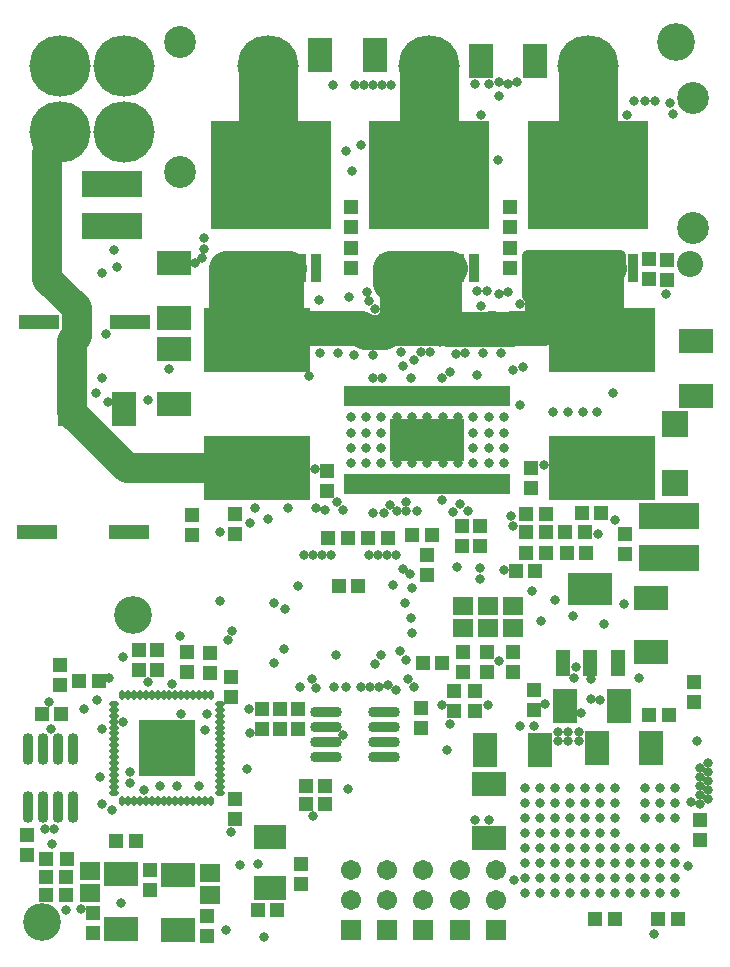
<source format=gbs>
%FSTAX23Y23*%
%MOIN*%
%SFA1B1*%

%IPPOS*%
%ADD32C,0.011810*%
%ADD33C,0.118110*%
%ADD36C,0.196850*%
%ADD53C,0.039370*%
%ADD84R,0.051310X0.047370*%
%ADD86R,0.110360X0.082800*%
%ADD90R,0.145790X0.106420*%
%ADD91R,0.047370X0.086740*%
%ADD96R,0.047370X0.051310*%
%ADD97R,0.067060X0.059180*%
%ADD98R,0.082800X0.114300*%
%ADD104R,0.037530X0.097960*%
%ADD105R,0.399540X0.362920*%
%ADD106C,0.126110*%
%ADD107C,0.204850*%
%ADD108C,0.106420*%
%ADD109R,0.067060X0.067060*%
%ADD110C,0.067060*%
%ADD111C,0.086740*%
%ADD112C,0.031620*%
%ADD113C,0.098430*%
%ADD114R,0.250000X0.142130*%
%ADD115R,0.114300X0.082800*%
%ADD116R,0.352490X0.212720*%
%ADD117O,0.035560X0.106420*%
%ADD118C,0.032800*%
%ADD119R,0.204850X0.086740*%
%ADD120R,0.133980X0.045400*%
%ADD121O,0.106420X0.035560*%
%ADD122R,0.019810X0.069020*%
%ADD123R,0.086740X0.086740*%
%ADD124O,0.017840X0.033590*%
%ADD125O,0.033590X0.017840*%
%ADD126R,0.185170X0.185170*%
%ADD127C,0.035170*%
%LNninja_3_2_pcb-1*%
%LPD*%
G54D32*
X01423Y02009D02*
Y02038D01*
X01262Y02065D02*
X01294Y02032D01*
X01257Y0207D02*
X01262Y02065D01*
X01423Y02038D02*
X0145Y02065D01*
G54D33*
X01865Y02124D02*
Y02265D01*
X01964Y02025D02*
Y02264D01*
X0136Y02065D02*
X0145D01*
X01262D02*
X0136D01*
X01437Y02077D02*
Y02265D01*
X01339Y02085D02*
Y02266D01*
Y02085D02*
X0136Y02065D01*
X01287Y02265D02*
X01337D01*
X01257D02*
X01287D01*
X01437Y02077D02*
X0145Y02065D01*
X01339Y02266D02*
X01435D01*
X01337Y02265D02*
X01339Y02266D01*
X01435D02*
X01437Y02265D01*
X0071Y02127D02*
Y02265D01*
X0076Y0222D02*
X0091Y0207D01*
Y02265*
X01451Y02063D02*
X01591D01*
X01766Y02113D02*
Y02263D01*
X01765Y02111D02*
X01766Y02113D01*
X01765Y02065D02*
Y02111D01*
X01663Y02065D02*
X01765D01*
X01661Y02063D02*
X01663Y02065D01*
X01598Y02063D02*
X01661D01*
X01596Y02065D02*
X01598Y02063D01*
X01593Y02065D02*
X01596D01*
X01591Y02063D02*
X01593Y02065D01*
X00851D02*
X01015D01*
X00812Y02025D02*
X00851Y02065D01*
X0145D02*
X01451Y02063D01*
X0071Y02127D02*
X00812Y02025D01*
X0091Y02265D02*
X0092D01*
X0081D02*
X0091D01*
X0076D02*
X0081D01*
X0071D02*
X0076D01*
X01437D02*
X01457D01*
X01765D02*
X01815D01*
X01865*
X01965*
X01985*
X01765D02*
X01766Y02263D01*
X01257Y02216D02*
Y02265D01*
X01015Y02065D02*
X01161D01*
X01173Y02053*
X01236*
X01248Y02065*
X01262*
X01281Y02094D02*
Y02191D01*
X01257Y0207D02*
X01281Y02094D01*
X01257Y02216D02*
X01281Y02191D01*
G54D36*
X0085Y0261D02*
Y0294D01*
X01385Y0261D02*
Y0294D01*
X01915Y0261D02*
Y0294D01*
G54D53*
X01715Y02305D02*
X02024D01*
X01727Y02129D02*
Y0216D01*
X01715Y02173D02*
X01727Y0216D01*
X01715Y02173D02*
Y02305D01*
X02024Y02274D02*
Y02305D01*
X01964Y02025D02*
X02015Y02075D01*
Y02265*
G54D84*
X00285Y0089D03*
X00218D03*
X00095Y0078D03*
X00161D03*
X00178Y00294D03*
X00111D03*
X00175Y00235D03*
X00108D03*
Y00175D03*
X00175D03*
X00975Y0054D03*
X01041D03*
X00975Y0048D03*
X01041D03*
X0171Y01315D03*
X01776D03*
X01845D03*
X01911D03*
X01708Y01385D03*
X01775D03*
X0125Y01365D03*
X01183D03*
X02215Y00095D03*
X02148D03*
X0194D03*
X02006D03*
X0041Y00355D03*
X00343D03*
X00815Y00124D03*
X00881D03*
X01085Y01205D03*
X01151D03*
X01675Y01255D03*
X01741D03*
X0133Y01375D03*
X01396D03*
X01775Y01445D03*
X01708D03*
X01906Y01385D03*
X0184D03*
X0105Y01365D03*
X01116D03*
X02185Y00775D03*
X02118D03*
X01365Y0095D03*
X01431D03*
X01895Y0145D03*
X01961D03*
G54D86*
X00855Y00369D03*
Y002D03*
G54D90*
X01924Y01194D03*
G54D91*
X02015Y0095D03*
X01924D03*
X01833D03*
G54D96*
X0212Y02295D03*
Y02228D03*
X0218Y02225D03*
Y02291D03*
X01655Y0247D03*
Y02403D03*
Y02265D03*
Y02331D03*
X01125Y02403D03*
Y0247D03*
Y02265D03*
Y02331D03*
X0042Y00925D03*
Y00991D03*
X0048D03*
Y00925D03*
X0083Y0073D03*
Y00796D03*
X00455Y0026D03*
Y00193D03*
X0089Y00795D03*
Y00728D03*
X0095Y00795D03*
Y00728D03*
X01725Y016D03*
Y01533D03*
X01555Y0134D03*
Y01406D03*
X0147Y00855D03*
Y00788D03*
X0154Y00855D03*
Y00788D03*
X01735Y0086D03*
Y00793D03*
X01495Y0134D03*
Y01406D03*
X015Y0092D03*
Y00986D03*
X0158Y0092D03*
Y00986D03*
X01665Y0092D03*
Y00986D03*
X0229Y00425D03*
Y00358D03*
X0058Y0092D03*
Y00986D03*
X00155Y00875D03*
Y00941D03*
X00045Y0031D03*
Y00376D03*
X00655Y00915D03*
Y00981D03*
X0074Y00495D03*
Y00428D03*
X00725Y00835D03*
Y00901D03*
X00645Y00105D03*
Y00038D03*
X00265Y00115D03*
Y00048D03*
X0096Y00279D03*
Y00212D03*
X01045Y0159D03*
Y01523D03*
X0136Y008D03*
Y00733D03*
X0074Y0138D03*
Y01446D03*
X00595Y01375D03*
Y01441D03*
X0227Y0082D03*
Y00886D03*
X0138Y0131D03*
Y01243D03*
X0204Y0138D03*
Y01313D03*
G54D97*
X015Y01065D03*
Y0114D03*
X01582Y01065D03*
Y0114D03*
X01665Y01065D03*
Y0114D03*
X00655Y00175D03*
Y00249D03*
X00255Y00181D03*
Y00256D03*
G54D98*
X01741Y02955D03*
X0156D03*
X00371Y01795D03*
X0019D03*
X01023Y02975D03*
X01205D03*
X01839Y00805D03*
X0202D03*
X01573Y0066D03*
X01755D03*
X02126Y00665D03*
X01945D03*
G54D104*
X0101Y02265D03*
X0096D03*
X0091D03*
X0081D03*
X0076D03*
X0071D03*
X01537D03*
X01487D03*
X01437D03*
X01337D03*
X01287D03*
X01237D03*
X02065D03*
X02015D03*
X01965D03*
X01865D03*
X01815D03*
X01765D03*
G54D105*
X0086Y02576D03*
X01387D03*
X01915D03*
G54D106*
X004Y0111D03*
X0221Y0302D03*
X00095Y00085D03*
G54D107*
X0037Y0272D03*
Y0294D03*
X00155D03*
Y0272D03*
X0085Y0294D03*
X01385D03*
X01915D03*
G54D108*
X02265Y02833D03*
Y024D03*
X00555Y03018D03*
Y02585D03*
G54D109*
X01125Y0006D03*
X01246D03*
X01367D03*
X01488D03*
X0161D03*
G54D110*
X01125Y0016D03*
Y0026D03*
X01246Y0016D03*
Y0026D03*
X01367Y0016D03*
Y0026D03*
X01488Y0016D03*
Y0026D03*
X0161Y0016D03*
Y0026D03*
G54D111*
X02255Y0228D03*
G54D112*
X022Y0278D03*
X0219Y02815D03*
X0214Y02821D03*
X02175Y0218D03*
X0045Y01825D03*
X0162Y0284D03*
X01586Y0288D03*
X0154D03*
X0162Y02887D03*
X0165Y0288D03*
X00605Y02281D03*
X00635Y02365D03*
Y0233D03*
X0207Y02821D03*
X02105D03*
X0126Y02875D03*
X0123D03*
X012D03*
X0117D03*
X0114D03*
X01665Y01925D03*
X01626Y01981D03*
X017Y01935D03*
X0156Y0214D03*
X0158Y0219D03*
X01566Y01981D03*
X01546Y01908D03*
X0169Y02145D03*
X0165Y02185D03*
X0226Y00485D03*
X02315Y00585D03*
Y00615D03*
X0229Y006D03*
Y0057D03*
Y0048D03*
X02315Y00495D03*
X0229Y0051D03*
Y0054D03*
X02315Y00525D03*
Y00555D03*
X0148Y0127D03*
X0079Y00714D03*
X0064Y00725D03*
X0069Y01155D03*
X01772Y00811D03*
X01894Y00781D03*
X01925Y00895D03*
X01582Y00808D03*
X01456Y00746D03*
X01865Y01105D03*
X01805Y0116D03*
X01467Y01452D03*
X0149Y0148D03*
X01515Y01455D03*
X01428Y01493D03*
X01345Y01455D03*
X0131Y01485D03*
X01257Y01475D03*
X0116Y0087D03*
X0107D03*
X0111D03*
X011Y0071D03*
X00365Y0097D03*
X0131Y0096D03*
X01335Y0087D03*
X0129Y0099D03*
X01225Y00975D03*
X01329Y0105D03*
X01315Y00894D03*
X01275Y0086D03*
X01249Y00876D03*
X0122Y0087D03*
X0119D03*
X01185Y0131D03*
X01635Y0126D03*
X01545Y0219D03*
X02045Y02775D03*
X0139Y01985D03*
X0136D03*
X01475Y0198D03*
X01505Y01981D03*
X01455Y0192D03*
X01335Y0196D03*
X01325Y019D03*
X0123D03*
X0162Y0218D03*
X01615Y02625D03*
X0113Y0259D03*
X0116Y02675D03*
X0156Y02775D03*
X0111Y02655D03*
X01294Y01985D03*
X00295Y0048D03*
X00915Y01465D03*
X0101D03*
X01039Y01458D03*
X011Y0146D03*
X0108Y01484D03*
X012Y0145D03*
X0169Y0074D03*
X01875Y00935D03*
X0039Y0055D03*
X0049Y00539D03*
X00545D03*
X0032Y009D03*
X00645Y0078D03*
X00985Y01905D03*
X00105Y00395D03*
X0029Y0057D03*
X00225Y0013D03*
X0071Y0006D03*
X00835Y00035D03*
X0078Y00595D03*
X02248Y00271D03*
X0177Y0161D03*
X02Y0185D03*
X0166Y0144D03*
X01205Y00945D03*
X0095Y01205D03*
X01075Y00975D03*
X00275Y0185D03*
X00295Y019D03*
X01215Y0131D03*
X01245D03*
X01298Y01263D03*
X01324Y01247D03*
X0133Y012D03*
X01305Y0115D03*
X01275Y0131D03*
X01235Y0145D03*
X0128Y01455D03*
X0131D03*
X00335Y02325D03*
X00345Y0227D03*
X00315Y01818D03*
X0031Y02045D03*
X01005Y01595D03*
X0097Y0131D03*
X0103D03*
X01D03*
X00995Y00895D03*
X00955Y0087D03*
X0101Y00867D03*
X01585Y00425D03*
X0154D03*
X0085Y0143D03*
X00555Y0104D03*
X0053Y0088D03*
X02135Y00045D03*
X0167Y00225D03*
X00905Y0113D03*
X00902Y00997D03*
X0087Y0115D03*
Y0095D03*
X01665Y01405D03*
X02005Y01425D03*
X0195Y0138D03*
X0197Y0108D03*
X0173Y0119D03*
X0063Y023D03*
X01265Y0121D03*
X01555Y01265D03*
X01065Y02875D03*
X01945Y01785D03*
X0168Y02885D03*
X0102Y0216D03*
X0045Y00887D03*
X00755Y00275D03*
X00366Y00753D03*
X00815Y0028D03*
X0039Y00585D03*
X0169Y0181D03*
X019Y01785D03*
X01849Y01784D03*
X013Y0194D03*
X012Y019D03*
X00715Y01025D03*
X0073Y01055D03*
X00295Y0225D03*
X0069Y01385D03*
X00175Y00125D03*
X0036Y0015D03*
X01428Y01898D03*
X01022Y01981D03*
X0106Y0131D03*
X00125Y0073D03*
X00236Y00796D03*
X01761Y01088D03*
X01555Y0123D03*
X01325Y011D03*
X01799Y01786D03*
X0079Y01415D03*
X00805Y01465D03*
X00786Y00796D03*
X00135Y00395D03*
X0013Y00345D03*
X0028Y00825D03*
X00295Y0073D03*
X0012Y0082D03*
X0112Y0217D03*
X0118Y02185D03*
X01185Y02155D03*
X01205Y0213D03*
X012Y01975D03*
X01135D03*
X02035Y01145D03*
X0187Y009D03*
X01955Y00825D03*
X01925Y0083D03*
X0185Y0072D03*
X0228Y0069D03*
X01735Y0074D03*
X0162Y00955D03*
X0143Y0081D03*
X01445Y0066D03*
X01115Y0053D03*
X01329Y01615D03*
X01534D03*
X01125Y01666D03*
Y01615D03*
X01176D03*
X01227D03*
X01278D03*
X01381D03*
X01432D03*
X01483D03*
X01585D03*
X01637D03*
X01176Y01666D03*
X01227D03*
X01278D03*
X01329D03*
X01381D03*
X01432D03*
X01483D03*
X01534D03*
X01585D03*
X01637D03*
X01125Y01717D03*
X01176D03*
X01227D03*
X01278D03*
X01329D03*
X01381D03*
X01432D03*
X01483D03*
X01534D03*
X01585D03*
X01637D03*
X01125Y01768D03*
X01176D03*
X01227D03*
X01278D03*
X01329D03*
X01381D03*
X01432D03*
X01483D03*
X01534D03*
X01585D03*
X01637D03*
X0052Y0193D03*
X0062Y0054D03*
X02085Y009D03*
X0033Y0046D03*
X01Y0044D03*
X00725Y00385D03*
X0056Y0078D03*
X00435Y00525D03*
X01082Y01981D03*
X01815Y0069D03*
X0185D03*
X01885Y0072D03*
Y0069D03*
X01815Y0072D03*
G54D113*
X00583Y016D02*
X0081D01*
X00381D02*
X00583D01*
X00196Y01785D02*
Y02022D01*
X00201Y02027*
X00196Y01785D02*
X00201Y0178D01*
Y01773D02*
Y0178D01*
Y02027D02*
X00212Y02039D01*
Y02131*
X00201Y0178D02*
X00381Y016D01*
X00113Y0265D02*
X00183Y0272D01*
X00113Y0223D02*
X00212Y02131D01*
X00113Y0223D02*
Y0265D01*
G54D114*
X01379Y01692D03*
G54D115*
X00535Y02281D03*
Y021D03*
X0055Y00241D03*
Y0006D03*
X0036Y00244D03*
Y00063D03*
X02125Y01166D03*
Y00985D03*
X02275Y02021D03*
Y0184D03*
X00535Y01813D03*
Y01995D03*
X01585Y00365D03*
Y00546D03*
G54D116*
X00812Y02025D03*
Y016D03*
X01964Y02025D03*
Y016D03*
G54D117*
X0005Y00661D03*
X001D03*
X0015D03*
X002D03*
X0005Y00468D03*
X001D03*
X0015D03*
X002D03*
G54D118*
X01705Y00331D03*
Y00281D03*
Y00231D03*
Y00181D03*
Y00531D03*
X01755D03*
X01805D03*
X01855D03*
X01905D03*
X01955D03*
X02005D03*
X02105D03*
X02155D03*
X02205D03*
Y00481D03*
X02155D03*
X02105D03*
X02005D03*
X01955D03*
X01905D03*
X01855D03*
X01805D03*
X01755D03*
X01705D03*
X02205Y00431D03*
X02155D03*
X02105D03*
X02005D03*
X01955D03*
X01905D03*
X01855D03*
X01805D03*
X01755D03*
X01705D03*
X02005Y00381D03*
X01955D03*
X01905D03*
X01855D03*
X01805D03*
X01755D03*
X01705D03*
X02205Y00331D03*
X02155D03*
X02105D03*
X02055D03*
X02005D03*
X01955D03*
X01905D03*
X01855D03*
X01805D03*
X01755D03*
X02205Y00281D03*
X02155D03*
X02105D03*
X02055D03*
X02005D03*
X01955D03*
X01905D03*
X01855D03*
X01805D03*
X01755D03*
X02205Y00231D03*
X02155D03*
X02105D03*
X02055D03*
X02005D03*
X01955D03*
X01905D03*
X01855D03*
X01805D03*
X01755D03*
X02205Y00181D03*
X02155D03*
X02105D03*
X02055D03*
X02005D03*
X01955D03*
X01905D03*
X01855D03*
X01805D03*
X01755D03*
G54D119*
X02185Y0144D03*
Y013D03*
X0033Y02545D03*
Y02405D03*
G54D120*
X00086Y02085D03*
X0039D03*
X00081Y01385D03*
X00385D03*
G54D121*
X01236Y00785D03*
Y00735D03*
Y00685D03*
Y00635D03*
X01043Y00785D03*
Y00735D03*
Y00685D03*
Y00635D03*
G54D122*
X01645Y0184D03*
X01625D03*
X01605D03*
X01585D03*
X01566D03*
X01546D03*
X01526D03*
X01507D03*
X01487D03*
X01467D03*
X01448D03*
X01428D03*
X01408D03*
X01389D03*
X01369D03*
X01349D03*
X0133D03*
X0131D03*
X0129D03*
X0127D03*
X01251D03*
X01231D03*
X01211D03*
X01192D03*
X01172D03*
X01152D03*
X01133Y0184D03*
X01113Y0184D03*
Y01545D03*
X01133D03*
X01152D03*
X01172D03*
X01192D03*
X01211D03*
X01231D03*
X01251D03*
X0127D03*
X0129D03*
X0131D03*
X0133D03*
X01349D03*
X01369D03*
X01389D03*
X01408D03*
X01428D03*
X01448D03*
X01467D03*
X01487D03*
X01507D03*
X01526D03*
X01546D03*
X01566D03*
X01585D03*
X01605D03*
X01625D03*
X01645D03*
G54D123*
X02205Y0155D03*
Y01745D03*
G54D124*
X00659Y00488D03*
X00639D03*
X0062D03*
X006D03*
X0058D03*
X00561D03*
X00541D03*
X00521D03*
X00502D03*
X00482D03*
X00462D03*
X00443D03*
X00423D03*
X00403D03*
X00384D03*
X00364D03*
Y00841D03*
X00384D03*
X00403D03*
X00423D03*
X00443D03*
X00462D03*
X00482D03*
X00502D03*
X00521D03*
X00541D03*
X00561D03*
X0058D03*
X006D03*
X0062D03*
X00639D03*
X00659D03*
G54D125*
X00335Y00517D03*
Y00537D03*
Y00556D03*
Y00576D03*
Y00596D03*
Y00615D03*
Y00635D03*
Y00655D03*
Y00674D03*
Y00694D03*
Y00714D03*
Y00733D03*
Y00753D03*
Y00773D03*
Y00792D03*
Y00812D03*
X00688D03*
Y00792D03*
Y00773D03*
Y00753D03*
Y00733D03*
Y00714D03*
Y00694D03*
Y00674D03*
Y00655D03*
Y00635D03*
Y00615D03*
Y00596D03*
Y00576D03*
Y00556D03*
Y00537D03*
Y00517D03*
G54D126*
X00512Y00665D03*
G54D127*
X00582Y00594D03*
Y00641D03*
Y00688D03*
Y00735D03*
X00535Y00594D03*
Y00641D03*
Y00688D03*
Y00735D03*
X00488Y00594D03*
Y00641D03*
Y00688D03*
Y00735D03*
X00441Y00594D03*
Y00641D03*
Y00688D03*
Y00735D03*
M02*
</source>
